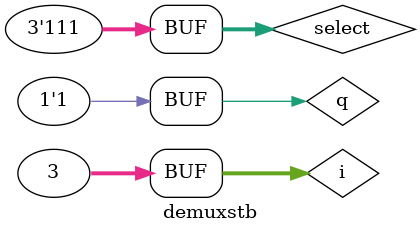
<source format=v>
`include "demuxs.v"
module demuxstb;

wire [7:0] d;
reg[2:0] select;
reg    q;

integer  i;



initial begin
   #1 $monitor("d = %b", d, "  |  select = ", select, "  |  q = ", q );

   for( i = 0; i <= 2; i = i + 1)
   begin
     q=1;
      select = 0;  #1;
      select = 1;  #1;
      select = 2;  #1;
      select = 3;  #1;
	  select = 4;  #1;
	  select = 5;  #1;
	  select = 6;  #1;
	  select = 7;  #1;
      $display("-----------------------------------------");
    end
end

demuxs mydemux( select, q,d );
endmodule

</source>
